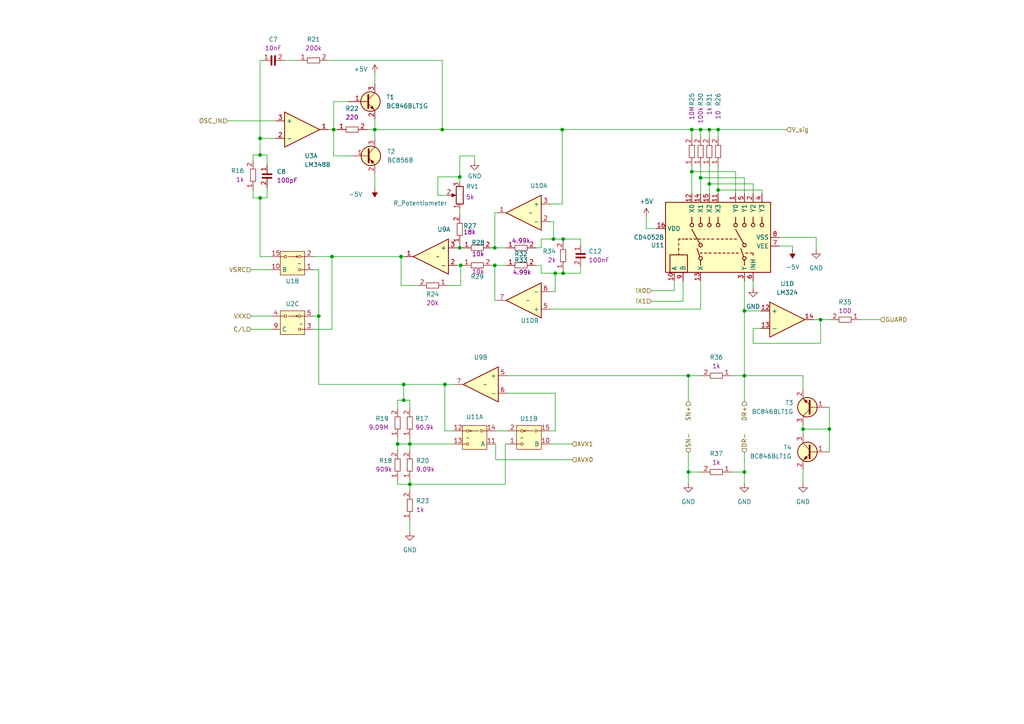
<source format=kicad_sch>
(kicad_sch (version 20230121) (generator eeschema)
  (paper "A4")
  (lib_symbols
    (symbol "Jojos_Lib:BC846BLT1G" (pin_names (offset 0.762))
      (property "Reference" "T" (at 16.51 7.62 0))
      (property "Value" "BC846BLT1G" (at 16.51 5.08 0))
      (symbol "BC846BLT1G_1_0"
        (pin passive line (at 3.81 -1.27 0) (length 5.08) (name "~") (number "1"))
        (pin passive line (at 11.43 -6.35 90) (length 2.54) (name "~") (number "2"))
        (pin passive line (at 11.43 3.81 270) (length 2.54) (name "~") (number "3"))
      )
    )
    (symbol "Jojos_Lib:BC856B" (pin_names (offset 0.762))
      (property "Reference" "T" (at 5.08 1.905 0))
      (property "Value" "BC856B" (at 5.08 -0.635 0))
      (symbol "BC856B_1_1"
        (pin input line (at -5.08 0 0) (length 5.08) (name "~") (number "1"))
        (pin passive line (at 1.778 -5.08 90) (length 2.54) (name "~") (number "2"))
        (pin passive line (at 1.778 5.08 270) (length 2.54) (name "~") (number "3"))
      )
    )
    (symbol "Jojos_Lib:C0603_100nF_25V" (pin_names (offset 1.016))
      (property "Reference" "C" (at -3.81 0 90))
      (property "Val" "100nF" (at 3.81 0 90))
      (symbol "C0603_100nF_25V_1_1"
        (pin passive line (at 0 3.302 270) (length 2.54) (name "~") (number "1"))
        (pin passive line (at 0 -3.302 90) (length 2.54) (name "~") (number "2"))
      )
    )
    (symbol "Jojos_Lib:C0603_100pF_50V" (pin_names (offset 1.016))
      (property "Reference" "C" (at -3.81 0 90))
      (property "Val" "100pF" (at 3.81 0 90))
      (symbol "C0603_100pF_50V_1_1"
        (pin passive line (at 0 3.302 270) (length 2.54) (name "~") (number "1"))
        (pin passive line (at 0 -3.302 90) (length 2.54) (name "~") (number "2"))
      )
    )
    (symbol "Jojos_Lib:C0603_10nF_50V" (pin_names (offset 1.016))
      (property "Reference" "C" (at -3.81 0 90))
      (property "Val" "10nF" (at 3.81 0 90))
      (symbol "C0603_10nF_50V_1_1"
        (pin passive line (at 0 3.302 270) (length 2.54) (name "~") (number "1"))
        (pin passive line (at 0 -3.302 90) (length 2.54) (name "~") (number "2"))
      )
    )
    (symbol "Jojos_Lib:CD4052B"
      (property "Reference" "U" (at -10.16 16.51 0))
      (property "Value" "CD4052B" (at 3.81 16.51 0))
      (symbol "CD4052B_1_1"
        (pin bidirectional line (at 12.7 -5.08 180) (length 2.54) (name "Y0") (number "1"))
        (pin input line (at -12.7 12.7 0) (length 2.54) (name "A") (number "10"))
        (pin bidirectional line (at 12.7 0 180) (length 2.54) (name "X3") (number "11"))
        (pin bidirectional line (at 12.7 7.62 180) (length 2.54) (name "X0") (number "12"))
        (pin bidirectional line (at -12.7 5.08 0) (length 2.54) (name "X") (number "13"))
        (pin bidirectional line (at 12.7 5.08 180) (length 2.54) (name "X1") (number "14"))
        (pin bidirectional line (at 12.7 2.54 180) (length 2.54) (name "X2") (number "15"))
        (pin power_in line (at 2.54 17.78 270) (length 2.54) (name "VDD") (number "16"))
        (pin bidirectional line (at 12.7 -10.16 180) (length 2.54) (name "Y2") (number "2"))
        (pin bidirectional line (at -12.7 -7.62 0) (length 2.54) (name "Y") (number "3"))
        (pin bidirectional line (at 12.7 -12.7 180) (length 2.54) (name "Y3") (number "4"))
        (pin bidirectional line (at 12.7 -7.62 180) (length 2.54) (name "Y1") (number "5"))
        (pin input line (at -12.7 -10.16 0) (length 2.54) (name "INH") (number "6"))
        (pin power_in line (at -2.54 -17.78 90) (length 2.54) (name "VEE") (number "7"))
        (pin power_in line (at 0 -17.78 90) (length 2.54) (name "VSS") (number "8"))
        (pin input line (at -12.7 10.16 0) (length 2.54) (name "B") (number "9"))
      )
    )
    (symbol "Jojos_Lib:CD4053"
      (property "Reference" "U" (at -1.016 4.318 0))
      (symbol "CD4053_1_1"
        (pin input line (at 6.604 -2.032 180) (length 2.54) (name "A") (number "11"))
        (pin bidirectional line (at -5.588 1.778 0) (length 2.54) (name "") (number "12"))
        (pin bidirectional line (at -5.588 -2.032 0) (length 2.54) (name "") (number "13"))
        (pin bidirectional line (at 6.604 1.778 180) (length 2.54) (name "") (number "14"))
      )
      (symbol "CD4053_2_1"
        (pin bidirectional line (at -5.588 -2.032 0) (length 2.54) (name "") (number "1"))
        (pin input line (at 6.604 -2.032 180) (length 2.54) (name "B") (number "10"))
        (pin bidirectional line (at 6.604 1.778 180) (length 2.54) (name "") (number "15"))
        (pin bidirectional line (at -5.588 1.778 0) (length 2.54) (name "") (number "2"))
      )
      (symbol "CD4053_3_1"
        (pin bidirectional line (at -5.08 -1.778 0) (length 2.54) (name "") (number "3"))
        (pin bidirectional line (at 7.112 2.032 180) (length 2.54) (name "") (number "4"))
        (pin bidirectional line (at -5.08 2.032 0) (length 2.54) (name "") (number "5"))
        (pin input line (at 7.112 -1.778 180) (length 2.54) (name "C") (number "9"))
      )
      (symbol "CD4053_4_1"
        (pin bidirectional line (at 7.112 1.524 180) (length 2.54) (name "VDD") (number "16"))
        (pin input line (at -7.112 1.524 0) (length 2.54) (name "INH") (number "6"))
        (pin power_in line (at -7.112 -2.286 0) (length 2.54) (name "VEE") (number "7"))
        (pin power_in line (at 7.112 -2.286 180) (length 2.54) (name "VSS") (number "8"))
      )
    )
    (symbol "Jojos_Lib:LM324ADR "
      (property "Reference" "U" (at 0 0 0))
      (property "Value" "LM324" (at 0 0 0))
      (symbol "LM324ADR _1_1"
        (pin output line (at 10.16 0 180) (length 2.54) (name "~") (number "1"))
        (pin input line (at -5.08 -2.54 0) (length 2.54) (name "-") (number "2"))
        (pin input line (at -5.08 2.54 0) (length 2.54) (name "+") (number "3"))
      )
      (symbol "LM324ADR _2_1"
        (pin input line (at -5.08 2.54 0) (length 2.54) (name "+") (number "5"))
        (pin input line (at -5.08 -2.54 0) (length 2.54) (name "-") (number "6"))
        (pin output line (at 10.16 0 180) (length 2.54) (name "~") (number "7"))
      )
      (symbol "LM324ADR _3_1"
        (pin input line (at -5.08 2.54 0) (length 2.54) (name "+") (number "10"))
        (pin output line (at 10.16 0 180) (length 2.54) (name "~") (number "8"))
        (pin input line (at -5.08 -2.54 0) (length 2.54) (name "-") (number "9"))
      )
      (symbol "LM324ADR _4_1"
        (pin input line (at -5.08 2.54 0) (length 2.54) (name "+") (number "12"))
        (pin input line (at -5.08 -2.54 0) (length 2.54) (name "-") (number "13"))
        (pin output line (at 10.16 0 180) (length 2.54) (name "~") (number "14"))
      )
      (symbol "LM324ADR _5_1"
        (pin passive line (at 1.524 -5.588 90) (length 2.54) (name "~") (number "11"))
        (pin passive line (at 1.524 5.588 270) (length 2.54) (name "~") (number "4"))
      )
    )
    (symbol "Jojos_Lib:LM348B"
      (property "Reference" "U" (at 0 0 0))
      (property "Value" "LM348B" (at 0 0 0))
      (symbol "LM348B_1_1"
        (pin output line (at 9.652 0 180) (length 2.54) (name "~") (number "1"))
        (pin input line (at -5.588 -2.54 0) (length 2.54) (name "-") (number "2"))
        (pin input line (at -5.588 2.54 0) (length 2.54) (name "+") (number "3"))
      )
      (symbol "LM348B_2_1"
        (pin input line (at -6.35 2.54 0) (length 2.54) (name "+") (number "5"))
        (pin input line (at -6.35 -2.54 0) (length 2.54) (name "-") (number "6"))
        (pin output line (at 8.89 0 180) (length 2.54) (name "~") (number "7"))
      )
      (symbol "LM348B_3_1"
        (pin power_in line (at 0 -6.096 90) (length 2.54) (name "V-") (number "4"))
        (pin power_in line (at 0 5.969 270) (length 2.54) (name "V+") (number "8"))
      )
    )
    (symbol "Jojos_Lib:R0603_10" (pin_names (offset 0.762))
      (property "Reference" "R" (at -0.635 2.54 0))
      (property "Val" "10" (at 0 -2.54 0))
      (symbol "R0603_10_1_0"
        (pin passive line (at -4.318 0 0) (length 2.54) (name "~") (number "1"))
        (pin passive line (at 4.318 0 180) (length 2.54) (name "~") (number "2"))
      )
    )
    (symbol "Jojos_Lib:R0603_100" (pin_names (offset 0.762))
      (property "Reference" "R" (at -0.635 2.54 0))
      (property "Val" "100" (at 0 -2.54 0))
      (symbol "R0603_100_1_0"
        (pin passive line (at -4.318 0 0) (length 2.54) (name "~") (number "1"))
        (pin passive line (at 4.318 0 180) (length 2.54) (name "~") (number "2"))
      )
    )
    (symbol "Jojos_Lib:R0603_100k" (pin_names (offset 0.762))
      (property "Reference" "R" (at -0.635 2.54 0))
      (property "Val" "100k" (at 0 -2.54 0))
      (symbol "R0603_100k_1_0"
        (pin passive line (at -4.318 0 0) (length 2.54) (name "~") (number "1"))
        (pin passive line (at 4.318 0 180) (length 2.54) (name "~") (number "2"))
      )
    )
    (symbol "Jojos_Lib:R0603_10M" (pin_names (offset 0.762))
      (property "Reference" "R" (at -0.635 2.54 0))
      (property "Val" "10M" (at 0 -2.54 0))
      (symbol "R0603_10M_1_0"
        (pin passive line (at -4.318 0 0) (length 2.54) (name "~") (number "1"))
        (pin passive line (at 4.318 0 180) (length 2.54) (name "~") (number "2"))
      )
    )
    (symbol "Jojos_Lib:R0603_10k" (pin_names (offset 0.762))
      (property "Reference" "R" (at -0.635 2.54 0))
      (property "Val" "10k" (at 0 -2.54 0))
      (symbol "R0603_10k_1_0"
        (pin passive line (at -4.318 0 0) (length 2.54) (name "~") (number "1"))
        (pin passive line (at 4.318 0 180) (length 2.54) (name "~") (number "2"))
      )
    )
    (symbol "Jojos_Lib:R0603_18k" (pin_names (offset 0.762))
      (property "Reference" "R" (at -0.635 2.54 0))
      (property "Val" "18k" (at 0 -2.54 0))
      (symbol "R0603_18k_1_0"
        (pin passive line (at -4.318 0 0) (length 2.54) (name "~") (number "1"))
        (pin passive line (at 4.318 0 180) (length 2.54) (name "~") (number "2"))
      )
    )
    (symbol "Jojos_Lib:R0603_1k" (pin_names (offset 0.762))
      (property "Reference" "R" (at -0.635 2.54 0))
      (property "Val" "1k" (at 0 -2.54 0))
      (symbol "R0603_1k_1_0"
        (pin passive line (at -4.318 0 0) (length 2.54) (name "~") (number "1"))
        (pin passive line (at 4.318 0 180) (length 2.54) (name "~") (number "2"))
      )
    )
    (symbol "Jojos_Lib:R0603_200k" (pin_names (offset 0.762))
      (property "Reference" "R" (at -0.635 2.54 0))
      (property "Val" "200k" (at 0 -2.54 0))
      (symbol "R0603_200k_1_0"
        (pin passive line (at -4.318 0 0) (length 2.54) (name "~") (number "1"))
        (pin passive line (at 4.318 0 180) (length 2.54) (name "~") (number "2"))
      )
    )
    (symbol "Jojos_Lib:R0603_20k" (pin_names (offset 0.762))
      (property "Reference" "R" (at -0.635 2.54 0))
      (property "Val" "20k" (at 0 -2.54 0))
      (symbol "R0603_20k_1_0"
        (pin passive line (at -4.318 0 0) (length 2.54) (name "~") (number "1"))
        (pin passive line (at 4.318 0 180) (length 2.54) (name "~") (number "2"))
      )
    )
    (symbol "Jojos_Lib:R0603_220" (pin_names (offset 0.762))
      (property "Reference" "R" (at -0.635 2.54 0))
      (property "Val" "220" (at 0 -2.54 0))
      (symbol "R0603_220_1_0"
        (pin passive line (at -4.318 0 0) (length 2.54) (name "~") (number "1"))
        (pin passive line (at 4.318 0 180) (length 2.54) (name "~") (number "2"))
      )
    )
    (symbol "Jojos_Lib:R0603_2k" (pin_names (offset 0.762))
      (property "Reference" "R" (at -0.889 2.54 0))
      (property "Val" "2k" (at -0.254 -2.54 0))
      (symbol "R0603_2k_1_0"
        (pin passive line (at -4.318 0 0) (length 2.54) (name "~") (number "1"))
        (pin passive line (at 4.318 0 180) (length 2.54) (name "~") (number "2"))
      )
    )
    (symbol "Jojos_Lib:R0603_4.99k" (pin_names (offset 0.762))
      (property "Reference" "R" (at -0.635 2.54 0))
      (property "Val" "4.99k" (at 0 -2.54 0))
      (symbol "R0603_4.99k_1_0"
        (pin passive line (at -4.318 0 0) (length 2.54) (name "~") (number "1"))
        (pin passive line (at 4.318 0 180) (length 2.54) (name "~") (number "2"))
      )
    )
    (symbol "Jojos_Lib:R0603_9.09M" (pin_names (offset 0.762))
      (property "Reference" "R" (at -0.635 2.54 0))
      (property "Val" "9.09M" (at 0.254 -1.778 0))
      (symbol "R0603_9.09M_1_0"
        (pin passive line (at -4.318 0 0) (length 2.54) (name "~") (number "1"))
        (pin passive line (at 4.318 0 180) (length 2.54) (name "~") (number "2"))
      )
    )
    (symbol "Jojos_Lib:R0603_9.09k" (pin_names (offset 0.762))
      (property "Reference" "R" (at -0.635 2.54 0))
      (property "Val" "9.09k" (at 0 -1.778 0))
      (symbol "R0603_9.09k_1_0"
        (pin passive line (at -4.318 0 0) (length 2.54) (name "~") (number "1"))
        (pin passive line (at 4.318 0 180) (length 2.54) (name "~") (number "2"))
      )
    )
    (symbol "Jojos_Lib:R0603_90.9k" (pin_names (offset 0.762))
      (property "Reference" "R" (at -0.635 2.54 0))
      (property "Val" "90.9k" (at 0.254 -1.778 0))
      (symbol "R0603_90.9k_1_0"
        (pin passive line (at -4.318 0 0) (length 2.54) (name "~") (number "1"))
        (pin passive line (at 4.318 0 180) (length 2.54) (name "~") (number "2"))
      )
    )
    (symbol "Jojos_Lib:R0603_909k" (pin_names (offset 0.762))
      (property "Reference" "R" (at -0.635 2.54 0))
      (property "Val" "909k" (at 0.254 -2.032 0))
      (symbol "R0603_909k_1_0"
        (pin passive line (at -4.318 0 0) (length 2.54) (name "~") (number "1"))
        (pin passive line (at 4.318 0 180) (length 2.54) (name "~") (number "2"))
      )
    )
    (symbol "Jojos_Lib:R_Potentiometer 5k" (pin_names (offset 1.016) hide)
      (property "Reference" "RV" (at -4.445 0 90))
      (property "Value" "R_Potentiometer" (at 0 16.764 0))
      (property "Val" "5k" (at -2.286 0 90))
      (symbol "R_Potentiometer 5k_1_1"
        (pin passive line (at 0 3.81 270) (length 1.27) (name "1") (number "1"))
        (pin passive line (at 3.81 0 180) (length 1.27) (name "2") (number "2"))
        (pin passive line (at 0 -3.81 90) (length 1.27) (name "3") (number "3"))
      )
    )
    (symbol "Jojos_Lib:TLC2272CD"
      (property "Reference" "U" (at 0 0 0))
      (symbol "TLC2272CD_1_1"
        (pin output line (at 9.652 0 180) (length 2.54) (name "~") (number "1"))
        (pin input line (at -5.588 -2.54 0) (length 2.54) (name "-") (number "2"))
        (pin input line (at -5.588 2.54 0) (length 2.54) (name "+") (number "3"))
      )
      (symbol "TLC2272CD_2_1"
        (pin input line (at -6.35 2.54 0) (length 2.54) (name "+") (number "5"))
        (pin input line (at -6.35 -2.54 0) (length 2.54) (name "-") (number "6"))
        (pin output line (at 8.89 0 180) (length 2.54) (name "~") (number "7"))
      )
      (symbol "TLC2272CD_3_1"
        (pin power_in line (at 0.762 -5.969 90) (length 2.54) (name "V-") (number "4"))
        (pin power_in line (at 0.762 6.096 270) (length 2.54) (name "V+") (number "8"))
      )
    )
    (symbol "power:+5V" (power) (pin_names (offset 0))
      (property "Value" "+5V" (at 0 3.556 0))
      (symbol "+5V_1_1"
        (pin power_in line (at 0 0 90) (length 0) hide (name "+5V") (number "1"))
      )
    )
    (symbol "power:-5V" (power) (pin_names (offset 0))
      (property "Value" "-5V" (at 0 3.81 0))
      (symbol "-5V_0_0"
        (pin power_in line (at 0 0 90) (length 0) hide (name "-5V") (number "1"))
      )
    )
    (symbol "power:GND" (power) (pin_names (offset 0))
      (property "Value" "GND" (at 0 -3.81 0))
      (symbol "GND_1_1"
        (pin power_in line (at 0 0 270) (length 0) hide (name "GND") (number "1"))
      )
    )
  )
  (junction (at 215.9 90.17))
  (junction (at 117.094 116.078))
  (junction (at 108.712 37.592))
  (junction (at 208.28 55.118))
  (junction (at 215.9 136.906))
  (junction (at 118.872 128.778))
  (junction (at 203.2 37.592))
  (junction (at 75.438 44.958))
  (junction (at 129.032 111.506))
  (junction (at 96.774 37.592))
  (junction (at 208.28 37.592))
  (junction (at 133.604 76.962))
  (junction (at 161.036 79.248))
  (junction (at 75.438 57.404))
  (junction (at 160.528 69.342))
  (junction (at 232.918 124.46))
  (junction (at 133.35 51.308))
  (junction (at 199.644 136.906))
  (junction (at 75.438 40.132))
  (junction (at 116.332 74.422))
  (junction (at 200.66 49.784))
  (junction (at 205.74 37.592))
  (junction (at 96.266 74.422))
  (junction (at 115.316 128.778))
  (junction (at 143.51 71.882))
  (junction (at 92.456 91.694))
  (junction (at 215.9 108.966))
  (junction (at 143.51 76.962))
  (junction (at 117.094 111.506))
  (junction (at 163.068 37.592))
  (junction (at 237.998 92.71))
  (junction (at 200.66 37.592))
  (junction (at 240.538 124.46))
  (junction (at 163.322 69.342))
  (junction (at 205.74 53.34))
  (junction (at 128.27 37.592))
  (junction (at 203.2 51.562))
  (junction (at 163.322 79.248))
  (junction (at 118.872 140.462))
  (junction (at 199.644 108.966))
  (junction (at 133.35 71.882))
  (wire (pts (xy 108.712 34.544) (xy 108.712 37.592)))
  (wire (pts (xy 208.28 37.592) (xy 228.092 37.592)))
  (wire (pts (xy 133.35 70.866) (xy 133.35 71.882)))
  (wire (pts (xy 168.402 70.866) (xy 168.402 69.342)))
  (wire (pts (xy 156.972 69.342) (xy 160.528 69.342)))
  (wire (pts (xy 203.2 81.534) (xy 203.2 89.662)))
  (wire (pts (xy 115.316 116.078) (xy 117.094 116.078)))
  (wire (pts (xy 199.644 136.906) (xy 203.454 136.906)))
  (wire (pts (xy 96.774 45.212) (xy 96.774 37.592)))
  (wire (pts (xy 208.28 39.624) (xy 208.28 37.592)))
  (wire (pts (xy 143.764 133.35) (xy 165.862 133.35)))
  (wire (pts (xy 205.74 48.26) (xy 205.74 53.34)))
  (wire (pts (xy 215.9 56.134) (xy 215.9 51.562)))
  (wire (pts (xy 147.066 108.966) (xy 199.644 108.966)))
  (wire (pts (xy 147.066 114.046) (xy 161.036 114.046)))
  (wire (pts (xy 215.9 90.17) (xy 220.726 90.17)))
  (wire (pts (xy 215.9 131.318) (xy 215.9 136.906)))
  (wire (pts (xy 213.36 49.784) (xy 200.66 49.784)))
  (wire (pts (xy 203.2 51.562) (xy 203.2 56.134)))
  (wire (pts (xy 129.794 82.804) (xy 133.604 82.804)))
  (wire (pts (xy 143.51 61.722) (xy 143.51 71.882)))
  (wire (pts (xy 129.032 111.506) (xy 129.032 124.968)))
  (wire (pts (xy 199.644 108.966) (xy 199.644 116.332)))
  (wire (pts (xy 146.558 140.462) (xy 118.872 140.462)))
  (wire (pts (xy 203.2 39.624) (xy 203.2 37.592)))
  (wire (pts (xy 168.402 69.342) (xy 163.322 69.342)))
  (wire (pts (xy 161.036 79.248) (xy 163.322 79.248)))
  (wire (pts (xy 75.438 57.404) (xy 77.47 57.404)))
  (wire (pts (xy 73.406 46.482) (xy 73.406 44.958)))
  (wire (pts (xy 208.28 48.26) (xy 208.28 55.118)))
  (wire (pts (xy 116.332 74.422) (xy 117.348 74.422)))
  (wire (pts (xy 200.66 37.592) (xy 203.2 37.592)))
  (wire (pts (xy 115.316 140.462) (xy 118.872 140.462)))
  (wire (pts (xy 75.438 17.526) (xy 75.438 40.132)))
  (wire (pts (xy 106.426 37.592) (xy 108.712 37.592)))
  (wire (pts (xy 195.58 84.328) (xy 195.58 81.534)))
  (wire (pts (xy 203.2 48.26) (xy 203.2 51.562)))
  (wire (pts (xy 215.9 108.966) (xy 215.9 116.332)))
  (wire (pts (xy 203.2 37.592) (xy 205.74 37.592)))
  (wire (pts (xy 118.872 139.192) (xy 118.872 140.462)))
  (wire (pts (xy 133.604 76.962) (xy 133.604 82.804)))
  (wire (pts (xy 249.428 92.71) (xy 255.27 92.71)))
  (wire (pts (xy 101.854 45.212) (xy 96.774 45.212)))
  (wire (pts (xy 232.918 136.144) (xy 232.918 140.208)))
  (wire (pts (xy 199.644 136.906) (xy 199.644 140.208)))
  (wire (pts (xy 117.094 111.506) (xy 117.094 116.078)))
  (wire (pts (xy 237.998 92.71) (xy 240.792 92.71)))
  (wire (pts (xy 163.322 79.248) (xy 163.322 78.486)))
  (wire (pts (xy 137.668 46.736) (xy 137.668 45.212)))
  (wire (pts (xy 121.158 82.804) (xy 116.332 82.804)))
  (wire (pts (xy 128.27 17.526) (xy 128.27 37.592)))
  (wire (pts (xy 236.728 68.834) (xy 236.728 72.39)))
  (wire (pts (xy 161.036 124.968) (xy 159.512 124.968)))
  (wire (pts (xy 143.764 128.778) (xy 143.764 133.35)))
  (wire (pts (xy 73.406 44.958) (xy 75.438 44.958)))
  (wire (pts (xy 215.9 81.534) (xy 215.9 90.17)))
  (wire (pts (xy 163.322 69.85) (xy 163.322 69.342)))
  (wire (pts (xy 115.316 128.778) (xy 118.872 128.778)))
  (wire (pts (xy 117.094 116.078) (xy 118.872 116.078)))
  (wire (pts (xy 226.06 68.834) (xy 236.728 68.834)))
  (wire (pts (xy 188.976 87.376) (xy 198.12 87.376)))
  (wire (pts (xy 215.9 136.906) (xy 215.9 140.208)))
  (wire (pts (xy 208.28 55.118) (xy 220.98 55.118)))
  (wire (pts (xy 156.972 79.248) (xy 161.036 79.248)))
  (wire (pts (xy 187.452 66.294) (xy 190.5 66.294)))
  (wire (pts (xy 212.09 136.906) (xy 215.9 136.906)))
  (wire (pts (xy 132.588 71.882) (xy 133.35 71.882)))
  (wire (pts (xy 143.51 61.722) (xy 144.272 61.722)))
  (wire (pts (xy 95.25 37.592) (xy 96.774 37.592)))
  (wire (pts (xy 72.898 78.232) (xy 78.74 78.232)))
  (wire (pts (xy 115.316 118.364) (xy 115.316 116.078)))
  (wire (pts (xy 212.09 108.966) (xy 215.9 108.966)))
  (wire (pts (xy 75.438 44.958) (xy 77.47 44.958)))
  (wire (pts (xy 200.66 48.26) (xy 200.66 49.784)))
  (wire (pts (xy 159.512 128.778) (xy 165.862 128.778)))
  (wire (pts (xy 92.456 91.694) (xy 92.456 78.232)))
  (wire (pts (xy 232.918 113.03) (xy 232.918 108.966)))
  (wire (pts (xy 131.572 128.778) (xy 118.872 128.778)))
  (wire (pts (xy 133.35 60.452) (xy 133.35 62.23)))
  (wire (pts (xy 90.932 95.504) (xy 96.266 95.504)))
  (wire (pts (xy 72.898 95.504) (xy 78.74 95.504)))
  (wire (pts (xy 129.54 56.642) (xy 127 56.642)))
  (wire (pts (xy 218.44 95.25) (xy 218.44 99.568)))
  (wire (pts (xy 90.932 74.422) (xy 96.266 74.422)))
  (wire (pts (xy 129.032 124.968) (xy 131.572 124.968)))
  (wire (pts (xy 232.918 124.46) (xy 240.538 124.46)))
  (wire (pts (xy 143.51 71.882) (xy 146.812 71.882)))
  (wire (pts (xy 132.588 76.962) (xy 133.604 76.962)))
  (wire (pts (xy 215.9 90.17) (xy 215.9 108.966)))
  (wire (pts (xy 75.438 57.404) (xy 75.438 74.422)))
  (wire (pts (xy 220.726 95.25) (xy 218.44 95.25)))
  (wire (pts (xy 75.438 40.132) (xy 75.438 44.958)))
  (wire (pts (xy 220.98 55.118) (xy 220.98 56.134)))
  (wire (pts (xy 240.538 118.11) (xy 240.538 124.46)))
  (wire (pts (xy 66.04 35.052) (xy 80.01 35.052)))
  (wire (pts (xy 101.092 29.464) (xy 96.774 29.464)))
  (wire (pts (xy 218.44 99.568) (xy 237.998 99.568)))
  (wire (pts (xy 155.448 76.962) (xy 156.972 76.962)))
  (wire (pts (xy 108.712 21.336) (xy 108.712 24.384)))
  (wire (pts (xy 77.47 57.404) (xy 77.47 54.356)))
  (wire (pts (xy 137.668 45.212) (xy 133.35 45.212)))
  (wire (pts (xy 96.774 37.592) (xy 97.79 37.592)))
  (wire (pts (xy 232.918 108.966) (xy 215.9 108.966)))
  (wire (pts (xy 163.068 37.592) (xy 163.068 59.182)))
  (wire (pts (xy 160.528 64.262) (xy 160.528 69.342)))
  (wire (pts (xy 159.512 59.182) (xy 163.068 59.182)))
  (wire (pts (xy 92.456 91.694) (xy 92.456 111.506)))
  (wire (pts (xy 96.266 74.422) (xy 116.332 74.422)))
  (wire (pts (xy 147.32 128.778) (xy 146.558 128.778)))
  (wire (pts (xy 90.932 91.694) (xy 92.456 91.694)))
  (wire (pts (xy 237.998 99.568) (xy 237.998 92.71)))
  (wire (pts (xy 208.28 56.134) (xy 208.28 55.118)))
  (wire (pts (xy 205.74 39.624) (xy 205.74 37.592)))
  (wire (pts (xy 92.456 111.506) (xy 117.094 111.506)))
  (wire (pts (xy 188.976 84.328) (xy 195.58 84.328)))
  (wire (pts (xy 161.036 114.046) (xy 161.036 124.968)))
  (wire (pts (xy 159.512 89.662) (xy 203.2 89.662)))
  (wire (pts (xy 133.35 45.212) (xy 133.35 51.308)))
  (wire (pts (xy 92.456 78.232) (xy 90.932 78.232)))
  (wire (pts (xy 156.972 76.962) (xy 156.972 79.248)))
  (wire (pts (xy 232.918 124.46) (xy 232.918 125.984)))
  (wire (pts (xy 232.918 123.19) (xy 232.918 124.46)))
  (wire (pts (xy 108.712 37.592) (xy 108.712 40.132)))
  (wire (pts (xy 168.402 77.47) (xy 168.402 79.248)))
  (wire (pts (xy 187.452 62.992) (xy 187.452 66.294)))
  (wire (pts (xy 115.316 139.192) (xy 115.316 140.462)))
  (wire (pts (xy 168.402 79.248) (xy 163.322 79.248)))
  (wire (pts (xy 156.972 71.882) (xy 156.972 69.342)))
  (wire (pts (xy 95.25 17.526) (xy 128.27 17.526)))
  (wire (pts (xy 78.74 91.694) (xy 72.898 91.694)))
  (wire (pts (xy 200.66 49.784) (xy 200.66 56.134)))
  (wire (pts (xy 133.604 76.962) (xy 134.112 76.962)))
  (wire (pts (xy 143.51 76.962) (xy 143.51 87.122)))
  (wire (pts (xy 77.47 44.958) (xy 77.47 47.752)))
  (wire (pts (xy 146.558 128.778) (xy 146.558 140.462)))
  (wire (pts (xy 198.12 87.376) (xy 198.12 81.534)))
  (wire (pts (xy 115.316 127) (xy 115.316 128.778)))
  (wire (pts (xy 108.712 37.592) (xy 128.27 37.592)))
  (wire (pts (xy 200.66 39.624) (xy 200.66 37.592)))
  (wire (pts (xy 143.51 87.122) (xy 144.272 87.122)))
  (wire (pts (xy 199.644 131.318) (xy 199.644 136.906)))
  (wire (pts (xy 75.438 17.526) (xy 75.946 17.526)))
  (wire (pts (xy 240.538 124.46) (xy 240.538 131.064)))
  (wire (pts (xy 128.27 37.592) (xy 163.068 37.592)))
  (wire (pts (xy 75.438 74.422) (xy 78.74 74.422)))
  (wire (pts (xy 155.448 71.882) (xy 156.972 71.882)))
  (wire (pts (xy 160.528 64.262) (xy 159.512 64.262)))
  (wire (pts (xy 213.36 56.134) (xy 213.36 49.784)))
  (wire (pts (xy 131.826 111.506) (xy 129.032 111.506)))
  (wire (pts (xy 218.44 81.534) (xy 218.44 83.566)))
  (wire (pts (xy 118.872 127) (xy 118.872 128.778)))
  (wire (pts (xy 96.774 29.464) (xy 96.774 37.592)))
  (wire (pts (xy 73.406 57.404) (xy 75.438 57.404)))
  (wire (pts (xy 208.28 37.592) (xy 205.74 37.592)))
  (wire (pts (xy 163.322 69.342) (xy 160.528 69.342)))
  (wire (pts (xy 118.872 140.462) (xy 118.872 142.24)))
  (wire (pts (xy 205.74 53.34) (xy 205.74 56.134)))
  (wire (pts (xy 75.438 40.132) (xy 80.01 40.132)))
  (wire (pts (xy 143.51 76.962) (xy 146.812 76.962)))
  (wire (pts (xy 161.036 79.248) (xy 161.036 84.582)))
  (wire (pts (xy 82.55 17.526) (xy 86.614 17.526)))
  (wire (pts (xy 115.316 128.778) (xy 115.316 130.556)))
  (wire (pts (xy 142.748 76.962) (xy 143.51 76.962)))
  (wire (pts (xy 199.644 108.966) (xy 203.454 108.966)))
  (wire (pts (xy 73.406 55.118) (xy 73.406 57.404)))
  (wire (pts (xy 133.35 71.882) (xy 134.112 71.882)))
  (wire (pts (xy 96.266 95.504) (xy 96.266 74.422)))
  (wire (pts (xy 218.44 56.134) (xy 218.44 53.34)))
  (wire (pts (xy 118.872 128.778) (xy 118.872 130.556)))
  (wire (pts (xy 142.748 71.882) (xy 143.51 71.882)))
  (wire (pts (xy 108.712 50.292) (xy 108.712 54.61)))
  (wire (pts (xy 163.068 37.592) (xy 200.66 37.592)))
  (wire (pts (xy 143.764 124.968) (xy 147.32 124.968)))
  (wire (pts (xy 127 56.642) (xy 127 51.308)))
  (wire (pts (xy 159.512 84.582) (xy 161.036 84.582)))
  (wire (pts (xy 237.998 92.71) (xy 235.966 92.71)))
  (wire (pts (xy 133.35 51.308) (xy 133.35 52.832)))
  (wire (pts (xy 226.06 71.374) (xy 229.87 71.374)))
  (wire (pts (xy 229.87 71.374) (xy 229.87 72.39)))
  (wire (pts (xy 129.032 111.506) (xy 117.094 111.506)))
  (wire (pts (xy 215.9 51.562) (xy 203.2 51.562)))
  (wire (pts (xy 127 51.308) (xy 133.35 51.308)))
  (wire (pts (xy 218.44 53.34) (xy 205.74 53.34)))
  (wire (pts (xy 118.872 150.876) (xy 118.872 154.178)))
  (wire (pts (xy 118.872 116.078) (xy 118.872 118.364)))
  (wire (pts (xy 116.332 82.804) (xy 116.332 74.422)))
  (hierarchical_label "VSRC" (shape input) (at 72.898 78.232 180))
  (hierarchical_label "IX1" (shape input) (at 188.976 87.376 180))
  (hierarchical_label "OSC_IN" (shape input) (at 66.04 35.052 180))
  (hierarchical_label "AVX1" (shape input) (at 165.862 128.778 0))
  (hierarchical_label "SN-" (shape input) (at 199.644 131.318 90))
  (hierarchical_label "DR+" (shape input) (at 215.9 116.332 270))
  (hierarchical_label "AVX0" (shape input) (at 165.862 133.35 0))
  (hierarchical_label "IX0" (shape input) (at 188.976 84.328 180))
  (hierarchical_label "V_sig" (shape input) (at 228.092 37.592 0))
  (hierarchical_label "SN+" (shape input) (at 199.644 116.332 270))
  (hierarchical_label "GUARD" (shape input) (at 255.27 92.71 0))
  (hierarchical_label "VXX" (shape input) (at 72.898 91.694 180))
  (hierarchical_label "C{slash}L" (shape input) (at 72.898 95.504 180))
  (hierarchical_label "DR-" (shape input) (at 215.9 131.318 90))
  (symbol (lib_id "Jojos_Lib:TLC2272CD") (at 153.924 61.722 0) (mirror y) (unit 1)
    (property "Reference" "U10" (at 153.7461 53.848 0) (effects (justify right)))
    (property "Value" "~" (at 153.924 61.722 0))
    (property "Footprint" "Package_SO:SO-8_3.9x4.9mm_P1.27mm" (effects hide))
    (property "Mouser Part Number" "595-TLC2272CD " (effects hide))
  )
  (symbol (lib_id "power:GND") (at 236.728 72.39 0) (unit 1)
    (property "Reference" "#PWR014" (effects hide))
    (property "Value" "GND" (at 236.728 77.724 0))
  )
  (symbol (lib_id "power:GND") (at 215.9 140.208 0) (unit 1)
    (property "Reference" "#PWR010" (effects hide))
    (property "Value" "GND" (at 215.9 145.542 0))
  )
  (symbol (lib_id "Jojos_Lib:R0603_20k") (at 125.476 82.804 180) (unit 1)
    (property "Reference" "R24" (at 125.476 85.344 0))
    (property "Value" "R0603_20k" (effects hide))
    (property "Footprint" "Resistor_SMD:R_0603_1608Metric" (effects hide))
    (property "Height" "0.55" (effects hide))
    (property "Mouser Part Number" "603-RC0603JR-1020KL" (effects hide))
    (property "Manufacturer_Part_Number" "RC0603JR-1020KL" (effects hide))
    (property "Val" "20k" (at 125.476 87.884 0))
  )
  (symbol (lib_id "power:GND") (at 199.644 140.208 0) (unit 1)
    (property "Reference" "#PWR011" (effects hide))
    (property "Value" "GND" (at 199.644 145.542 0))
  )
  (symbol (lib_id "Jojos_Lib:R0603_18k") (at 133.35 66.548 90) (unit 1)
    (property "Reference" "R27" (at 134.366 65.532 90) (effects (justify right)))
    (property "Value" "R0603_18k" (effects hide))
    (property "Footprint" "Resistor_SMD:R_0603_1608Metric" (effects hide))
    (property "Description" "Res 0603 18k 1%" (effects hide))
    (property "Height" "0.55" (effects hide))
    (property "Mouser Part Number" "652-CR0603FX-1802ELF" (effects hide))
    (property "Manufacturer_Part_Number" "CR0603FX-1802ELF" (effects hide))
    (property "Val" "18k" (at 134.366 67.31 90) (effects (justify right)))
  )
  (symbol (lib_id "Jojos_Lib:C0603_10nF_50V") (at 79.248 17.526 90) (unit 1)
    (property "Reference" "C7" (at 79.248 11.43 90))
    (property "Value" "C0603_10nF_50V" (effects hide))
    (property "Footprint" "Capacitor_SMD:C_0603_1608Metric" (effects hide))
    (property "Mouser Part Number" "885012206089" (effects hide))
    (property "Place" "Yes" (effects hide))
    (property "Price" "0.1" (effects hide))
    (property "Val" "10nF" (at 79.248 13.97 90))
  )
  (symbol (lib_id "power:GND") (at 137.668 46.736 0) (unit 1)
    (property "Reference" "#PWR017" (effects hide))
    (property "Value" "GND" (at 137.668 51.054 0))
  )
  (symbol (lib_id "Jojos_Lib:R0603_220") (at 102.108 37.592 0) (unit 1)
    (property "Reference" "R22" (at 102.108 31.496 0))
    (property "Value" "R0603_220" (effects hide))
    (property "Footprint" "Resistor_SMD:R_0603_1608Metric" (effects hide))
    (property "Height" "0.55" (effects hide))
    (property "Mouser Part Number" "603-RC0603JR-07220RL" (effects hide))
    (property "Manufacturer_Part_Number" "RC0603JR-07220RL" (effects hide))
    (property "Val" "220" (at 102.108 34.036 0))
  )
  (symbol (lib_id "Jojos_Lib:R0603_10k") (at 138.43 71.882 0) (unit 1)
    (property "Reference" "R28" (at 138.684 70.358 0))
    (property "Value" "R0603_10k" (effects hide))
    (property "Footprint" "Resistor_SMD:R_0603_1608Metric" (effects hide))
    (property "Description" "Res 0603 10k 1%" (effects hide))
    (property "Height" "0.55" (effects hide))
    (property "Mouser Part Number" "71-CRCW060310K0FKEB" (effects hide))
    (property "Manufacturer_Part_Number" "CRCW060310K0FKEB" (effects hide))
    (property "Val" "10k" (at 138.684 73.66 0))
  )
  (symbol (lib_id "Jojos_Lib:BC846BLT1G") (at 244.348 119.38 180) (unit 1)
    (property "Reference" "T3" (at 230.124 116.84 0) (effects (justify left)))
    (property "Value" "BC846BLT1G" (at 230.124 119.38 0) (effects (justify left)))
    (property "Footprint" "SamacSys_Parts:SOT95P237X111-3N" (effects hide))
    (property "Datasheet" "https://componentsearchengine.com/Datasheets/1/BC846BLT1G.pdf" (effects hide))
    (property "Description" "BC846BLT1G, NPN Bipolar Transistor,  0.1 A 65 V HFE:200 100 MHz Small Signal, 3-Pin SOT-23" (effects hide))
    (property "Height" "1.11" (effects hide))
    (property "Mouser Part Number" "863-BC846BLT1G" (effects hide))
    (property "Mouser Price/Stock" "https://www.mouser.com/Search/Refine.aspx?Keyword=863-BC846BLT1G" (effects hide))
    (property "Manufacturer_Name" "ON Semiconductor" (effects hide))
    (property "Manufacturer_Part_Number" "BC846BLT1G" (effects hide))
  )
  (symbol (lib_id "Jojos_Lib:R0603_10k") (at 138.43 76.962 0) (unit 1)
    (property "Reference" "R29" (at 138.43 80.264 0))
    (property "Value" "R0603_10k" (effects hide))
    (property "Footprint" "Resistor_SMD:R_0603_1608Metric" (effects hide))
    (property "Description" "Res 0603 10k 1%" (effects hide))
    (property "Height" "0.55" (effects hide))
    (property "Mouser Part Number" "71-CRCW060310K0FKEB" (effects hide))
    (property "Manufacturer_Part_Number" "CRCW060310K0FKEB" (effects hide))
    (property "Val" "10k" (at 138.684 78.74 0))
  )
  (symbol (lib_id "Jojos_Lib:R0603_10M") (at 200.66 43.942 90) (unit 1)
    (property "Reference" "R25" (at 200.66 26.924 0) (effects (justify right)))
    (property "Value" "R0603_10M" (effects hide))
    (property "Footprint" "Resistor_SMD:R_0603_1608Metric" (effects hide))
    (property "Height" "0.55" (effects hide))
    (property "Mouser Part Number" "603-RC0603JR-0710ML" (effects hide))
    (property "Manufacturer_Part_Number" "RC0603JR-0710ML" (effects hide))
    (property "Val" "10M" (at 200.66 30.734 0) (effects (justify right)))
  )
  (symbol (lib_id "Jojos_Lib:BC846BLT1G") (at 244.348 129.794 0) (mirror y) (unit 1)
    (property "Reference" "T4" (at 229.616 129.794 0) (effects (justify left)))
    (property "Value" "BC846BLT1G" (at 229.616 132.334 0) (effects (justify left)))
    (property "Footprint" "SamacSys_Parts:SOT95P237X111-3N" (effects hide))
    (property "Datasheet" "https://componentsearchengine.com/Datasheets/1/BC846BLT1G.pdf" (effects hide))
    (property "Description" "BC846BLT1G, NPN Bipolar Transistor,  0.1 A 65 V HFE:200 100 MHz Small Signal, 3-Pin SOT-23" (effects hide))
    (property "Height" "1.11" (effects hide))
    (property "Mouser Part Number" "863-BC846BLT1G" (effects hide))
    (property "Mouser Price/Stock" "https://www.mouser.com/Search/Refine.aspx?Keyword=863-BC846BLT1G" (effects hide))
    (property "Manufacturer_Name" "ON Semiconductor" (effects hide))
    (property "Manufacturer_Part_Number" "BC846BLT1G" (effects hide))
  )
  (symbol (lib_id "Jojos_Lib:CD4053") (at 152.908 126.746 0) (unit 2)
    (property "Reference" "U11" (at 153.416 121.412 0))
    (property "Value" "~" (at 151.384 127 0))
    (property "Footprint" "Package_SO:SOIC-16W_5.3x10.2mm_P1.27mm" (effects hide))
    (property "Mouser Part Number" "595-CD4053BM96G3" (effects hide))
    (instances (project "ZM202_analog" (path "" (reference "U11") (unit 2)) (path "" (reference "U4") (unit 2))))
  )
  (symbol (lib_id "power:-5V") (at 108.712 54.61 180) (unit 1)
    (property "Reference" "#PWR012" (effects hide))
    (property "Value" "-5V" (at 103.124 56.388 0))
  )
  (symbol (lib_id "Jojos_Lib:LM324ADR ") (at 225.806 92.71 0) (unit 4)
    (property "Reference" "U1" (at 228.346 82.296 0))
    (property "Value" "LM324" (at 228.346 84.836 0))
    (property "Footprint" "Package_SO:SO-14_3.9x8.65mm_P1.27mm" (effects hide))
    (property "Mouser Part Number" "595-LM324ADR " (effects hide))
    (property "Place" "yes" (effects hide))
  )
  (symbol (lib_id "power:GND") (at 232.918 140.208 0) (unit 1)
    (property "Reference" "#PWR09" (effects hide))
    (property "Value" "GND" (at 232.918 145.542 0))
  )
  (symbol (lib_id "Jojos_Lib:R0603_100") (at 245.11 92.71 180) (unit 1)
    (property "Reference" "R35" (at 245.11 87.63 0))
    (property "Value" "R0603_100" (effects hide))
    (property "Footprint" "Resistor_SMD:R_0603_1608Metric" (effects hide))
    (property "Description" "Res 0603 100 1%" (effects hide))
    (property "Height" "0.55" (effects hide))
    (property "Mouser Part Number" "71-CRCW0603100RFKEAC" (effects hide))
    (property "Manufacturer_Part_Number" "CRCW0603100RFKEAC " (effects hide))
    (property "Val" "100" (at 245.11 90.17 0))
  )
  (symbol (lib_id "Jojos_Lib:R0603_1k") (at 205.74 43.942 90) (unit 1)
    (property "Reference" "R31" (at 205.74 26.924 0) (effects (justify right)))
    (property "Value" "R0603_1k" (effects hide))
    (property "Footprint" "Resistor_SMD:R_0603_1608Metric" (effects hide))
    (property "Description" "Res 0603 1k 1%" (effects hide))
    (property "Height" "0.55" (effects hide))
    (property "Mouser Part Number" "603-RC0603FR-071KL" (effects hide))
    (property "Manufacturer_Part_Number" "RC0603FR-071KL" (effects hide))
    (property "Val" "1k" (at 205.74 30.988 0) (effects (justify right)))
  )
  (symbol (lib_id "power:+5V") (at 187.452 62.992 0) (unit 1)
    (property "Reference" "#PWR015" (effects hide))
    (property "Value" "+5V" (at 187.452 58.42 0))
  )
  (symbol (lib_id "Jojos_Lib:R0603_1k") (at 207.772 108.966 180) (unit 1)
    (property "Reference" "R36" (at 207.772 103.632 0))
    (property "Value" "R0603_1k" (effects hide))
    (property "Footprint" "Resistor_SMD:R_0603_1608Metric" (effects hide))
    (property "Description" "Res 0603 1k 1%" (effects hide))
    (property "Height" "0.55" (effects hide))
    (property "Mouser Part Number" "603-RC0603FR-071KL" (effects hide))
    (property "Manufacturer_Part_Number" "RC0603FR-071KL" (effects hide))
    (property "Val" "1k" (at 207.772 106.172 0))
  )
  (symbol (lib_id "power:+5V") (at 108.712 21.336 0) (unit 1)
    (property "Reference" "#PWR013" (effects hide))
    (property "Value" "+5V" (at 106.68 20.066 0) (effects (justify right)))
  )
  (symbol (lib_id "Jojos_Lib:R0603_1k") (at 118.872 146.558 90) (unit 1)
    (property "Reference" "R23" (at 120.65 145.288 90) (effects (justify right)))
    (property "Value" "R0603_1k" (effects hide))
    (property "Footprint" "Resistor_SMD:R_0603_1608Metric" (effects hide))
    (property "Description" "Res 0603 1k 1%" (effects hide))
    (property "Height" "0.55" (effects hide))
    (property "Mouser Part Number" "603-RC0603FR-071KL" (effects hide))
    (property "Manufacturer_Part_Number" "RC0603FR-071KL" (effects hide))
    (property "Val" "1k" (at 120.65 147.828 90) (effects (justify right)))
  )
  (symbol (lib_id "Jojos_Lib:R0603_4.99k") (at 151.13 71.882 0) (unit 1)
    (property "Reference" "R32" (at 151.13 73.66 0))
    (property "Value" "R0603_4.99k" (effects hide))
    (property "Footprint" "Resistor_SMD:R_0603_1608Metric" (effects hide))
    (property "Height" "0.55" (effects hide))
    (property "Mouser Part Number" "652-CR0603FX-4991ELF" (effects hide))
    (property "Manufacturer_Part_Number" "CR0603FX-4991ELF" (effects hide))
    (property "Val" "4.99k" (at 151.13 69.85 0))
  )
  (symbol (lib_id "Jojos_Lib:LM348B") (at 85.598 37.592 0) (unit 1)
    (property "Reference" "U3" (at 88.3159 45.212 0) (effects (justify left)))
    (property "Value" "LM348B" (at 88.3159 47.752 0) (effects (justify left)))
    (property "Footprint" "Package_SO:SO-8_3.9x4.9mm_P1.27mm" (effects hide))
    (property "Mouser Part Number" "595-LM358BAIDR " (effects hide))
  )
  (symbol (lib_id "Jojos_Lib:R0603_90.9k") (at 118.872 122.682 90) (unit 1)
    (property "Reference" "R17" (at 120.396 121.412 90) (effects (justify right)))
    (property "Value" "R0603_90.9k" (effects hide))
    (property "Footprint" "Resistor_SMD:R_0603_1608Metric" (effects hide))
    (property "Height" "0.55" (effects hide))
    (property "Mouser Part Number" "756-PCF0603R90K9BI " (effects hide))
    (property "Manufacturer_Part_Number" "PCF0603R90K9BI " (effects hide))
    (property "Val" "90.9k" (at 120.396 123.952 90) (effects (justify right)))
  )
  (symbol (lib_id "Jojos_Lib:BC846BLT1G") (at 97.282 28.194 0) (unit 1)
    (property "Reference" "T1" (at 112.014 28.194 0) (effects (justify left)))
    (property "Value" "BC846BLT1G" (at 112.014 30.734 0) (effects (justify left)))
    (property "Footprint" "SamacSys_Parts:SOT95P237X111-3N" (effects hide))
    (property "Datasheet" "https://componentsearchengine.com/Datasheets/1/BC846BLT1G.pdf" (effects hide))
    (property "Description" "BC846BLT1G, NPN Bipolar Transistor,  0.1 A 65 V HFE:200 100 MHz Small Signal, 3-Pin SOT-23" (effects hide))
    (property "Height" "1.11" (effects hide))
    (property "Mouser Part Number" "863-BC846BLT1G" (effects hide))
    (property "Mouser Price/Stock" "https://www.mouser.com/Search/Refine.aspx?Keyword=863-BC846BLT1G" (effects hide))
    (property "Manufacturer_Name" "ON Semiconductor" (effects hide))
    (property "Manufacturer_Part_Number" "BC846BLT1G" (effects hide))
  )
  (symbol (lib_id "Jojos_Lib:R0603_10") (at 208.28 43.942 90) (unit 1)
    (property "Reference" "R26" (at 208.28 26.924 0) (effects (justify right)))
    (property "Value" "R0603_10" (effects hide))
    (property "Footprint" "Resistor_SMD:R_0603_1608Metric" (effects hide))
    (property "Height" "0.55" (effects hide))
    (property "Mouser Part Number" "603-RC0603JR-0710RL" (effects hide))
    (property "Manufacturer_Part_Number" "RC0603JR-0710RL" (effects hide))
    (property "Val" "10" (at 208.28 32.004 0) (effects (justify right)))
  )
  (symbol (lib_id "power:GND") (at 218.44 83.566 0) (unit 1)
    (property "Reference" "#PWR08" (effects hide))
    (property "Value" "GND" (at 218.44 88.9 0))
  )
  (symbol (lib_id "Jojos_Lib:C0603_100nF_25V") (at 168.402 74.168 0) (unit 1)
    (property "Reference" "C12" (at 170.688 72.898 0) (effects (justify left)))
    (property "Value" "C0603_100nF_25V" (effects hide))
    (property "Footprint" "Capacitor_SMD:C_0603_1608Metric" (effects hide))
    (property "Mouser Part Number" "710-885012206071 " (effects hide))
    (property "Digi-Key" "732-7989-1-ND" (effects hide))
    (property "Place" "Yes" (effects hide))
    (property "Price" "0.04" (effects hide))
    (property "Val" "100nF" (at 170.688 75.438 0) (effects (justify left)))
  )
  (symbol (lib_id "Jojos_Lib:R_Potentiometer 5k") (at 133.35 56.642 180) (unit 1)
    (property "Reference" "RV1" (at 135.128 54.102 0) (effects (justify right)))
    (property "Value" "R_Potentiometer" (at 114.046 58.928 0) (effects (justify right)))
    (property "Footprint" "Potentiometer_SMD:Potentiometer_Bourns_3214W_Vertical" (effects hide))
    (property "Val" "5k" (at 135.128 57.15 0) (effects (justify right)))
    (property "Mouser Part Number" " 652-3214W-1-502E " (effects hide))
  )
  (symbol (lib_id "Jojos_Lib:R0603_4.99k") (at 151.13 76.962 0) (unit 1)
    (property "Reference" "R33" (at 151.13 75.438 0))
    (property "Value" "R0603_4.99k" (effects hide))
    (property "Footprint" "Resistor_SMD:R_0603_1608Metric" (effects hide))
    (property "Height" "0.55" (effects hide))
    (property "Mouser Part Number" "652-CR0603FX-4991ELF" (effects hide))
    (property "Manufacturer_Part_Number" "CR0603FX-4991ELF" (effects hide))
    (property "Val" "4.99k" (at 151.384 78.994 0))
  )
  (symbol (lib_id "Jojos_Lib:R0603_1k") (at 73.406 50.8 90) (unit 1)
    (property "Reference" "R16" (at 70.866 49.53 90) (effects (justify left)))
    (property "Value" "R0603_1k" (effects hide))
    (property "Footprint" "Resistor_SMD:R_0603_1608Metric" (effects hide))
    (property "Description" "Res 0603 1k 1%" (effects hide))
    (property "Height" "0.55" (effects hide))
    (property "Mouser Part Number" "603-RC0603FR-071KL" (effects hide))
    (property "Manufacturer_Part_Number" "RC0603FR-071KL" (effects hide))
    (property "Val" "1k" (at 70.866 52.07 90) (effects (justify left)))
  )
  (symbol (lib_id "power:-5V") (at 229.87 72.39 180) (unit 1)
    (property "Reference" "#PWR016" (effects hide))
    (property "Value" "-5V" (at 229.87 77.47 0))
  )
  (symbol (lib_id "power:GND") (at 118.872 154.178 0) (unit 1)
    (property "Reference" "#PWR018" (effects hide))
    (property "Value" "GND" (at 118.872 159.512 0))
  )
  (symbol (lib_id "Jojos_Lib:TLC2272CD") (at 127 74.422 0) (mirror y) (unit 1)
    (property "Reference" "U9" (at 126.8221 66.548 0) (effects (justify right)))
    (property "Value" "~" (at 127 74.422 0))
    (property "Footprint" "Package_SO:SO-8_3.9x4.9mm_P1.27mm" (effects hide))
    (property "Mouser Part Number" "595-TLC2272CD " (effects hide))
  )
  (symbol (lib_id "Jojos_Lib:R0603_9.09k") (at 118.872 134.874 90) (unit 1)
    (property "Reference" "R20" (at 120.65 133.604 90) (effects (justify right)))
    (property "Value" "R0603_9.09k" (effects hide))
    (property "Footprint" "Resistor_SMD:R_0603_1608Metric" (effects hide))
    (property "Height" "0.55" (effects hide))
    (property "Mouser Part Number" "756-PCF0603R9K09BI" (effects hide))
    (property "Manufacturer_Part_Number" "PCF0603R9K09BI" (effects hide))
    (property "Val" "9.09k" (at 120.65 136.144 90) (effects (justify right)))
  )
  (symbol (lib_id "Jojos_Lib:CD4053") (at 85.852 93.726 0) (mirror y) (unit 3)
    (property "Reference" "U2" (at 84.836 88.138 0))
    (property "Value" "~" (at 87.376 93.98 0))
    (property "Footprint" "Package_SO:SOIC-16W_5.3x10.2mm_P1.27mm" (effects hide))
    (property "Mouser Part Number" "595-CD4053BM96G3" (effects hide))
  )
  (symbol (lib_id "Jojos_Lib:BC856B") (at 106.934 45.212 0) (unit 1)
    (property "Reference" "T2" (at 112.268 43.942 0) (effects (justify left)))
    (property "Value" "BC856B" (at 112.268 46.482 0) (effects (justify left)))
    (property "Footprint" "SamacSys_Parts:SOT95P230X110-3N" (effects hide))
    (property "Height" "1.1" (effects hide))
    (property "Mouser Part Number" "771-BC856B-T/R" (effects hide))
    (property "Mouser Price/Stock" "https://www.mouser.com/Search/Refine.aspx?Keyword=771-BC856B-T%2FR" (effects hide))
    (property "Manufacturer_Name" "Nexperia" (effects hide))
    (property "Manufacturer_Part_Number" "BC856B,215" (effects hide))
  )
  (symbol (lib_id "Jojos_Lib:CD4053") (at 85.344 76.2 0) (mirror y) (unit 2)
    (property "Reference" "U1" (at 84.836 81.534 0))
    (property "Value" "~" (at 86.868 76.454 0))
    (property "Footprint" "Package_SO:SOIC-16W_5.3x10.2mm_P1.27mm" (effects hide))
    (property "Mouser Part Number" "595-CD4053BM96G3" (effects hide))
    (instances (project "ZM202_analog" (path "" (reference "U1") (unit 2)) (path "" (reference "U2") (unit 2))))
  )
  (symbol (lib_id "Jojos_Lib:TLC2272CD") (at 140.716 111.506 0) (mirror y) (unit 2)
    (property "Reference" "U9" (at 139.446 103.632 0))
    (property "Value" "~" (at 140.716 111.506 0))
    (property "Footprint" "Package_SO:SO-8_3.9x4.9mm_P1.27mm" (effects hide))
    (property "Mouser Part Number" "595-TLC2272CD " (effects hide))
  )
  (symbol (lib_id "Jojos_Lib:R0603_100k") (at 203.2 43.942 90) (unit 1)
    (property "Reference" "R30" (at 203.2 26.924 0) (effects (justify right)))
    (property "Value" "R0603_100k" (effects hide))
    (property "Footprint" "Resistor_SMD:R_0603_1608Metric" (effects hide))
    (property "Description" "Res 0603 100k 1%" (effects hide))
    (property "Height" "0.55" (effects hide))
    (property "Mouser Part Number" "71-CRCW0603100KFKEAC" (effects hide))
    (property "Manufacturer_Part_Number" "CRCW0603100KFKEAC" (effects hide))
    (property "Val" "100k" (at 203.2 30.988 0) (effects (justify right)))
  )
  (symbol (lib_id "Jojos_Lib:R0603_909k") (at 115.316 134.874 90) (unit 1)
    (property "Reference" "R18" (at 113.792 133.604 90) (effects (justify left)))
    (property "Value" "R0603_909k" (effects hide))
    (property "Footprint" "Resistor_SMD:R_0603_1608Metric" (effects hide))
    (property "Height" "0.55" (effects hide))
    (property "Mouser Part Number" "756-PCF0603R909KBI " (effects hide))
    (property "Manufacturer_Part_Number" "PCF0603R909KBI " (effects hide))
    (property "Val" "909k" (at 113.792 136.144 90) (effects (justify left)))
  )
  (symbol (lib_id "Jojos_Lib:R0603_2k") (at 163.322 74.168 90) (unit 1)
    (property "Reference" "R34" (at 161.29 72.898 90) (effects (justify left)))
    (property "Value" "R0603_2k" (effects hide))
    (property "Footprint" "Resistor_SMD:R_0603_1608Metric" (effects hide))
    (property "Height" "0.55" (effects hide))
    (property "Mouser Part Number" "603-RC0603JR-102KL " (effects hide))
    (property "Manufacturer_Part_Number" "RC0603JR-102KL " (effects hide))
    (property "Val" "2k" (at 161.29 75.438 90) (effects (justify left)))
  )
  (symbol (lib_id "Jojos_Lib:C0603_100pF_50V") (at 77.47 51.054 0) (unit 1)
    (property "Reference" "C8" (at 80.264 49.784 0) (effects (justify left)))
    (property "Value" "C0603_100pF_50V" (effects hide))
    (property "Footprint" "Capacitor_SMD:C_0603_1608Metric" (effects hide))
    (property "Mouser Part Number" "710-885012206077" (effects hide))
    (property "Val" "100pF" (at 80.264 52.324 0) (effects (justify left)))
  )
  (symbol (lib_id "Jojos_Lib:CD4053") (at 137.16 126.746 0) (unit 1)
    (property "Reference" "U11" (at 137.668 120.904 0))
    (property "Value" "~" (at 135.636 127 0))
    (property "Footprint" "Package_SO:SOIC-16W_5.3x10.2mm_P1.27mm" (effects hide))
    (property "Mouser Part Number" "595-CD4053BM96G3" (effects hide))
    (instances (project "ZM202_analog" (path "" (reference "U11") (unit 1)) (path "" (reference "U4") (unit 1))))
  )
  (symbol (lib_id "Jojos_Lib:R0603_9.09M") (at 115.316 122.682 90) (unit 1)
    (property "Reference" "R19" (at 112.776 121.412 90) (effects (justify left)))
    (property "Value" "R0603_9.09M" (effects hide))
    (property "Footprint" "Resistor_SMD:R_0603_1608Metric" (effects hide))
    (property "Height" "0.55" (effects hide))
    (property "Mouser Part Number" "71-CRCW06039M09FKEA" (effects hide))
    (property "Manufacturer_Part_Number" "CRCW06039M09FKEA" (effects hide))
    (property "Val" "9.09M" (at 112.776 123.952 90) (effects (justify left)))
  )
  (symbol (lib_id "Jojos_Lib:R0603_200k") (at 90.932 17.526 0) (unit 1)
    (property "Reference" "R21" (at 90.932 11.43 0))
    (property "Value" "R0603_200k" (effects hide))
    (property "Footprint" "Resistor_SMD:R_0603_1608Metric" (effects hide))
    (property "Height" "0.55" (effects hide))
    (property "Mouser Part Number" "603-RC0603JR-10200KL" (effects hide))
    (property "Manufacturer_Part_Number" "RC0603JR-10200KL " (effects hide))
    (property "Val" "200k" (at 90.932 13.97 0))
  )
  (symbol (lib_id "Jojos_Lib:R0603_1k") (at 207.772 136.906 180) (unit 1)
    (property "Reference" "R37" (at 207.772 131.572 0))
    (property "Value" "R0603_1k" (effects hide))
    (property "Footprint" "Resistor_SMD:R_0603_1608Metric" (effects hide))
    (property "Description" "Res 0603 1k 1%" (effects hide))
    (property "Height" "0.55" (effects hide))
    (property "Mouser Part Number" "603-RC0603FR-071KL" (effects hide))
    (property "Manufacturer_Part_Number" "RC0603FR-071KL" (effects hide))
    (property "Val" "1k" (at 207.772 134.112 0))
  )
  (symbol (lib_id "Jojos_Lib:CD4052B") (at 208.28 68.834 90) (unit 1)
    (property "Reference" "U11" (at 190.754 71.12 90))
    (property "Value" "CD4052B" (at 188.214 68.834 90))
    (property "Footprint" "Package_SO:SOIC-16W_5.3x10.2mm_P1.27mm" (effects hide))
    (property "Datasheet" "http://www.ti.com/lit/ds/symlink/cd4052b.pdf" (effects hide))
    (property "Mouser Part Number" "595-CD4052BM96" (effects hide))
  )
  (symbol (lib_id "Jojos_Lib:TLC2272CD") (at 153.162 87.122 180) (unit 2)
    (property "Reference" "U10" (at 153.67 92.964 0))
    (property "Value" "~" (at 153.162 87.122 0))
    (property "Footprint" "Package_SO:SO-8_3.9x4.9mm_P1.27mm" (effects hide))
    (property "Mouser Part Number" "595-TLC2272CD " (effects hide))
  )
)
</source>
